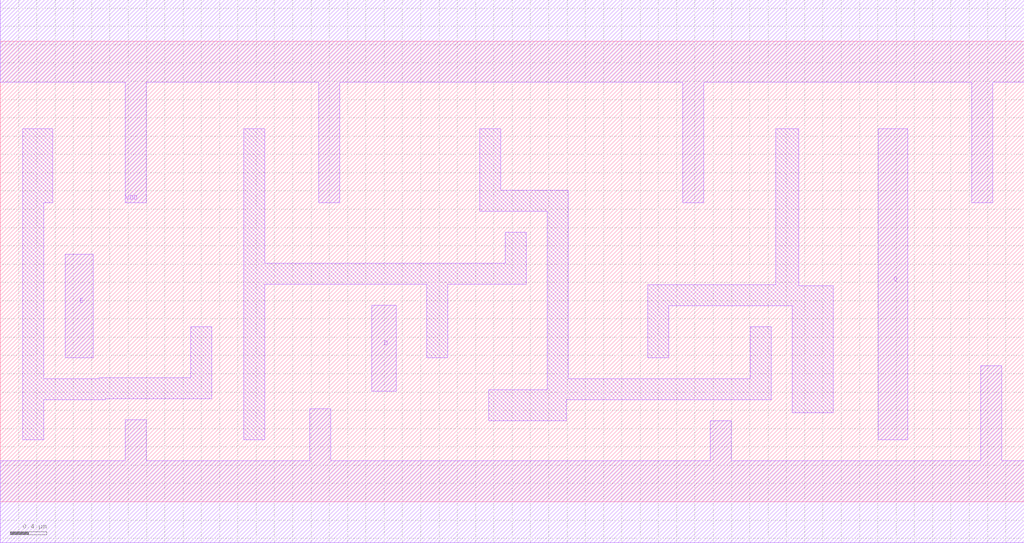
<source format=lef>
# Copyright 2022 GlobalFoundries PDK Authors
#
# Licensed under the Apache License, Version 2.0 (the "License");
# you may not use this file except in compliance with the License.
# You may obtain a copy of the License at
#
#      http://www.apache.org/licenses/LICENSE-2.0
#
# Unless required by applicable law or agreed to in writing, software
# distributed under the License is distributed on an "AS IS" BASIS,
# WITHOUT WARRANTIES OR CONDITIONS OF ANY KIND, either express or implied.
# See the License for the specific language governing permissions and
# limitations under the License.

MACRO gf180mcu_fd_sc_mcu9t5v0__latq_1
  CLASS core ;
  FOREIGN gf180mcu_fd_sc_mcu9t5v0__latq_1 0.0 0.0 ;
  ORIGIN 0 0 ;
  SYMMETRY X Y ;
  SITE GF018hv5v_green_sc9 ;
  SIZE 11.2 BY 5.04 ;
  PIN D
    DIRECTION INPUT ;
    ANTENNAGATEAREA 0.92 ;
    PORT
      LAYER Metal1 ;
        POLYGON 4.065 1.21 4.33 1.21 4.33 2.15 4.065 2.15  ;
    END
  END D
  PIN E
    DIRECTION INPUT ;
    USE clock ;
    ANTENNAGATEAREA 1.164 ;
    PORT
      LAYER Metal1 ;
        POLYGON 0.71 1.575 1.015 1.575 1.015 2.71 0.71 2.71  ;
    END
  END E
  PIN Q
    DIRECTION OUTPUT ;
    ANTENNADIFFAREA 1.386 ;
    PORT
      LAYER Metal1 ;
        POLYGON 9.605 0.68 9.93 0.68 9.93 4.08 9.605 4.08  ;
    END
  END Q
  PIN VDD
    DIRECTION INOUT ;
    USE power ;
    SHAPE ABUTMENT ;
    PORT
      LAYER Metal1 ;
        POLYGON 0 4.59 1.365 4.59 1.365 3.27 1.595 3.27 1.595 4.59 2.315 4.59 3.485 4.59 3.485 3.27 3.715 3.27 3.715 4.59 7.465 4.59 7.465 3.27 7.695 3.27 7.695 4.59 9.115 4.59 10.625 4.59 10.625 3.27 10.855 3.27 10.855 4.59 11.2 4.59 11.2 5.49 9.115 5.49 2.315 5.49 0 5.49  ;
    END
  END VDD
  PIN VSS
    DIRECTION INOUT ;
    USE ground ;
    SHAPE ABUTMENT ;
    PORT
      LAYER Metal1 ;
        POLYGON 0 -0.45 11.2 -0.45 11.2 0.45 10.955 0.45 10.955 1.49 10.725 1.49 10.725 0.45 7.995 0.45 7.995 0.885 7.765 0.885 7.765 0.45 3.615 0.45 3.615 1.02 3.385 1.02 3.385 0.45 1.595 0.45 1.595 0.895 1.365 0.895 1.365 0.45 0 0.45  ;
    END
  END VSS
  OBS
      LAYER Metal1 ;
        POLYGON 0.245 0.68 0.475 0.68 0.475 1.115 1.155 1.115 1.155 1.125 2.315 1.125 2.315 1.915 2.085 1.915 2.085 1.355 1.085 1.355 1.085 1.345 0.475 1.345 0.475 3.27 0.575 3.27 0.575 4.08 0.245 4.08  ;
        POLYGON 2.665 0.68 2.895 0.68 2.895 2.38 4.665 2.38 4.665 1.575 4.895 1.575 4.895 2.38 5.755 2.38 5.755 2.95 5.525 2.95 5.525 2.61 2.895 2.61 2.895 4.08 2.665 4.08  ;
        POLYGON 5.245 3.18 5.985 3.18 5.985 1.225 5.345 1.225 5.345 0.885 6.19 0.885 6.19 1.115 8.435 1.115 8.435 1.915 8.205 1.915 8.205 1.345 6.215 1.345 6.215 3.41 5.475 3.41 5.475 4.08 5.245 4.08  ;
        POLYGON 7.085 1.575 7.315 1.575 7.315 2.145 8.665 2.145 8.665 0.975 9.115 0.975 9.115 2.365 8.735 2.365 8.735 4.08 8.485 4.08 8.485 2.375 7.085 2.375  ;
  END
END gf180mcu_fd_sc_mcu9t5v0__latq_1

</source>
